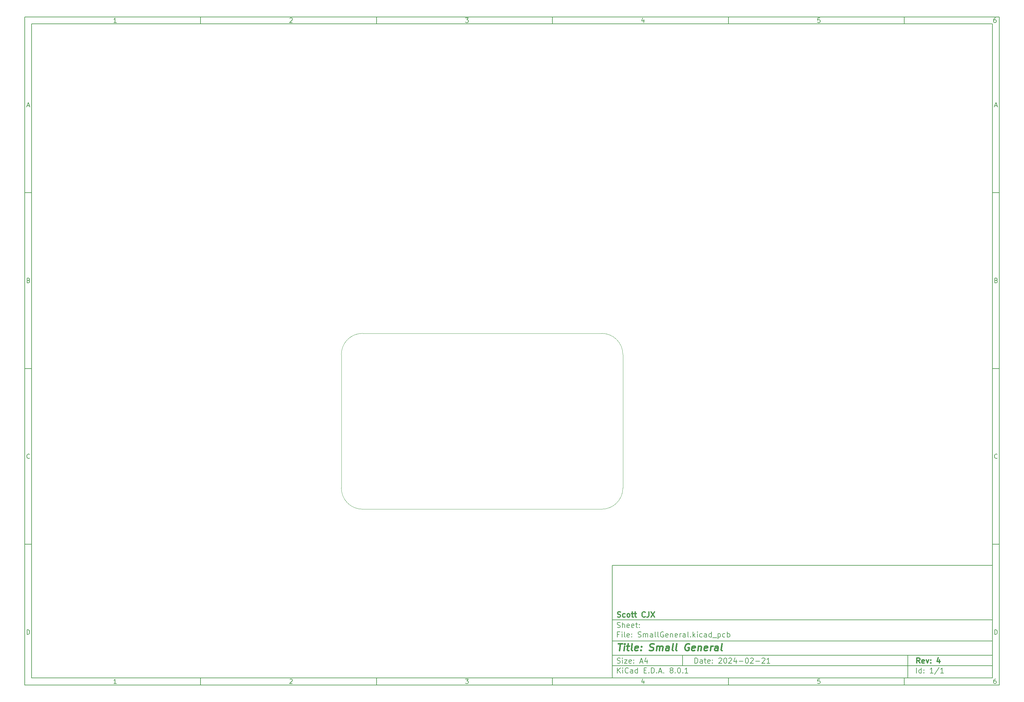
<source format=gbr>
%TF.GenerationSoftware,KiCad,Pcbnew,8.0.1*%
%TF.CreationDate,2024-03-19T23:03:32+08:00*%
%TF.ProjectId,SmallGeneral,536d616c-6c47-4656-9e65-72616c2e6b69,4*%
%TF.SameCoordinates,Original*%
%TF.FileFunction,Glue,Top*%
%TF.FilePolarity,Positive*%
%FSLAX46Y46*%
G04 Gerber Fmt 4.6, Leading zero omitted, Abs format (unit mm)*
G04 Created by KiCad (PCBNEW 8.0.1) date 2024-03-19 23:03:32*
%MOMM*%
%LPD*%
G01*
G04 APERTURE LIST*
%ADD10C,0.100000*%
%ADD11C,0.150000*%
%ADD12C,0.300000*%
%ADD13C,0.400000*%
%TA.AperFunction,Profile*%
%ADD14C,0.100000*%
%TD*%
G04 APERTURE END LIST*
D10*
D11*
X177002200Y-166007200D02*
X285002200Y-166007200D01*
X285002200Y-198007200D01*
X177002200Y-198007200D01*
X177002200Y-166007200D01*
D10*
D11*
X10000000Y-10000000D02*
X287002200Y-10000000D01*
X287002200Y-200007200D01*
X10000000Y-200007200D01*
X10000000Y-10000000D01*
D10*
D11*
X12000000Y-12000000D02*
X285002200Y-12000000D01*
X285002200Y-198007200D01*
X12000000Y-198007200D01*
X12000000Y-12000000D01*
D10*
D11*
X60000000Y-12000000D02*
X60000000Y-10000000D01*
D10*
D11*
X110000000Y-12000000D02*
X110000000Y-10000000D01*
D10*
D11*
X160000000Y-12000000D02*
X160000000Y-10000000D01*
D10*
D11*
X210000000Y-12000000D02*
X210000000Y-10000000D01*
D10*
D11*
X260000000Y-12000000D02*
X260000000Y-10000000D01*
D10*
D11*
X36089160Y-11593604D02*
X35346303Y-11593604D01*
X35717731Y-11593604D02*
X35717731Y-10293604D01*
X35717731Y-10293604D02*
X35593922Y-10479319D01*
X35593922Y-10479319D02*
X35470112Y-10603128D01*
X35470112Y-10603128D02*
X35346303Y-10665033D01*
D10*
D11*
X85346303Y-10417414D02*
X85408207Y-10355509D01*
X85408207Y-10355509D02*
X85532017Y-10293604D01*
X85532017Y-10293604D02*
X85841541Y-10293604D01*
X85841541Y-10293604D02*
X85965350Y-10355509D01*
X85965350Y-10355509D02*
X86027255Y-10417414D01*
X86027255Y-10417414D02*
X86089160Y-10541223D01*
X86089160Y-10541223D02*
X86089160Y-10665033D01*
X86089160Y-10665033D02*
X86027255Y-10850747D01*
X86027255Y-10850747D02*
X85284398Y-11593604D01*
X85284398Y-11593604D02*
X86089160Y-11593604D01*
D10*
D11*
X135284398Y-10293604D02*
X136089160Y-10293604D01*
X136089160Y-10293604D02*
X135655826Y-10788842D01*
X135655826Y-10788842D02*
X135841541Y-10788842D01*
X135841541Y-10788842D02*
X135965350Y-10850747D01*
X135965350Y-10850747D02*
X136027255Y-10912652D01*
X136027255Y-10912652D02*
X136089160Y-11036461D01*
X136089160Y-11036461D02*
X136089160Y-11345985D01*
X136089160Y-11345985D02*
X136027255Y-11469795D01*
X136027255Y-11469795D02*
X135965350Y-11531700D01*
X135965350Y-11531700D02*
X135841541Y-11593604D01*
X135841541Y-11593604D02*
X135470112Y-11593604D01*
X135470112Y-11593604D02*
X135346303Y-11531700D01*
X135346303Y-11531700D02*
X135284398Y-11469795D01*
D10*
D11*
X185965350Y-10726938D02*
X185965350Y-11593604D01*
X185655826Y-10231700D02*
X185346303Y-11160271D01*
X185346303Y-11160271D02*
X186151064Y-11160271D01*
D10*
D11*
X236027255Y-10293604D02*
X235408207Y-10293604D01*
X235408207Y-10293604D02*
X235346303Y-10912652D01*
X235346303Y-10912652D02*
X235408207Y-10850747D01*
X235408207Y-10850747D02*
X235532017Y-10788842D01*
X235532017Y-10788842D02*
X235841541Y-10788842D01*
X235841541Y-10788842D02*
X235965350Y-10850747D01*
X235965350Y-10850747D02*
X236027255Y-10912652D01*
X236027255Y-10912652D02*
X236089160Y-11036461D01*
X236089160Y-11036461D02*
X236089160Y-11345985D01*
X236089160Y-11345985D02*
X236027255Y-11469795D01*
X236027255Y-11469795D02*
X235965350Y-11531700D01*
X235965350Y-11531700D02*
X235841541Y-11593604D01*
X235841541Y-11593604D02*
X235532017Y-11593604D01*
X235532017Y-11593604D02*
X235408207Y-11531700D01*
X235408207Y-11531700D02*
X235346303Y-11469795D01*
D10*
D11*
X285965350Y-10293604D02*
X285717731Y-10293604D01*
X285717731Y-10293604D02*
X285593922Y-10355509D01*
X285593922Y-10355509D02*
X285532017Y-10417414D01*
X285532017Y-10417414D02*
X285408207Y-10603128D01*
X285408207Y-10603128D02*
X285346303Y-10850747D01*
X285346303Y-10850747D02*
X285346303Y-11345985D01*
X285346303Y-11345985D02*
X285408207Y-11469795D01*
X285408207Y-11469795D02*
X285470112Y-11531700D01*
X285470112Y-11531700D02*
X285593922Y-11593604D01*
X285593922Y-11593604D02*
X285841541Y-11593604D01*
X285841541Y-11593604D02*
X285965350Y-11531700D01*
X285965350Y-11531700D02*
X286027255Y-11469795D01*
X286027255Y-11469795D02*
X286089160Y-11345985D01*
X286089160Y-11345985D02*
X286089160Y-11036461D01*
X286089160Y-11036461D02*
X286027255Y-10912652D01*
X286027255Y-10912652D02*
X285965350Y-10850747D01*
X285965350Y-10850747D02*
X285841541Y-10788842D01*
X285841541Y-10788842D02*
X285593922Y-10788842D01*
X285593922Y-10788842D02*
X285470112Y-10850747D01*
X285470112Y-10850747D02*
X285408207Y-10912652D01*
X285408207Y-10912652D02*
X285346303Y-11036461D01*
D10*
D11*
X60000000Y-198007200D02*
X60000000Y-200007200D01*
D10*
D11*
X110000000Y-198007200D02*
X110000000Y-200007200D01*
D10*
D11*
X160000000Y-198007200D02*
X160000000Y-200007200D01*
D10*
D11*
X210000000Y-198007200D02*
X210000000Y-200007200D01*
D10*
D11*
X260000000Y-198007200D02*
X260000000Y-200007200D01*
D10*
D11*
X36089160Y-199600804D02*
X35346303Y-199600804D01*
X35717731Y-199600804D02*
X35717731Y-198300804D01*
X35717731Y-198300804D02*
X35593922Y-198486519D01*
X35593922Y-198486519D02*
X35470112Y-198610328D01*
X35470112Y-198610328D02*
X35346303Y-198672233D01*
D10*
D11*
X85346303Y-198424614D02*
X85408207Y-198362709D01*
X85408207Y-198362709D02*
X85532017Y-198300804D01*
X85532017Y-198300804D02*
X85841541Y-198300804D01*
X85841541Y-198300804D02*
X85965350Y-198362709D01*
X85965350Y-198362709D02*
X86027255Y-198424614D01*
X86027255Y-198424614D02*
X86089160Y-198548423D01*
X86089160Y-198548423D02*
X86089160Y-198672233D01*
X86089160Y-198672233D02*
X86027255Y-198857947D01*
X86027255Y-198857947D02*
X85284398Y-199600804D01*
X85284398Y-199600804D02*
X86089160Y-199600804D01*
D10*
D11*
X135284398Y-198300804D02*
X136089160Y-198300804D01*
X136089160Y-198300804D02*
X135655826Y-198796042D01*
X135655826Y-198796042D02*
X135841541Y-198796042D01*
X135841541Y-198796042D02*
X135965350Y-198857947D01*
X135965350Y-198857947D02*
X136027255Y-198919852D01*
X136027255Y-198919852D02*
X136089160Y-199043661D01*
X136089160Y-199043661D02*
X136089160Y-199353185D01*
X136089160Y-199353185D02*
X136027255Y-199476995D01*
X136027255Y-199476995D02*
X135965350Y-199538900D01*
X135965350Y-199538900D02*
X135841541Y-199600804D01*
X135841541Y-199600804D02*
X135470112Y-199600804D01*
X135470112Y-199600804D02*
X135346303Y-199538900D01*
X135346303Y-199538900D02*
X135284398Y-199476995D01*
D10*
D11*
X185965350Y-198734138D02*
X185965350Y-199600804D01*
X185655826Y-198238900D02*
X185346303Y-199167471D01*
X185346303Y-199167471D02*
X186151064Y-199167471D01*
D10*
D11*
X236027255Y-198300804D02*
X235408207Y-198300804D01*
X235408207Y-198300804D02*
X235346303Y-198919852D01*
X235346303Y-198919852D02*
X235408207Y-198857947D01*
X235408207Y-198857947D02*
X235532017Y-198796042D01*
X235532017Y-198796042D02*
X235841541Y-198796042D01*
X235841541Y-198796042D02*
X235965350Y-198857947D01*
X235965350Y-198857947D02*
X236027255Y-198919852D01*
X236027255Y-198919852D02*
X236089160Y-199043661D01*
X236089160Y-199043661D02*
X236089160Y-199353185D01*
X236089160Y-199353185D02*
X236027255Y-199476995D01*
X236027255Y-199476995D02*
X235965350Y-199538900D01*
X235965350Y-199538900D02*
X235841541Y-199600804D01*
X235841541Y-199600804D02*
X235532017Y-199600804D01*
X235532017Y-199600804D02*
X235408207Y-199538900D01*
X235408207Y-199538900D02*
X235346303Y-199476995D01*
D10*
D11*
X285965350Y-198300804D02*
X285717731Y-198300804D01*
X285717731Y-198300804D02*
X285593922Y-198362709D01*
X285593922Y-198362709D02*
X285532017Y-198424614D01*
X285532017Y-198424614D02*
X285408207Y-198610328D01*
X285408207Y-198610328D02*
X285346303Y-198857947D01*
X285346303Y-198857947D02*
X285346303Y-199353185D01*
X285346303Y-199353185D02*
X285408207Y-199476995D01*
X285408207Y-199476995D02*
X285470112Y-199538900D01*
X285470112Y-199538900D02*
X285593922Y-199600804D01*
X285593922Y-199600804D02*
X285841541Y-199600804D01*
X285841541Y-199600804D02*
X285965350Y-199538900D01*
X285965350Y-199538900D02*
X286027255Y-199476995D01*
X286027255Y-199476995D02*
X286089160Y-199353185D01*
X286089160Y-199353185D02*
X286089160Y-199043661D01*
X286089160Y-199043661D02*
X286027255Y-198919852D01*
X286027255Y-198919852D02*
X285965350Y-198857947D01*
X285965350Y-198857947D02*
X285841541Y-198796042D01*
X285841541Y-198796042D02*
X285593922Y-198796042D01*
X285593922Y-198796042D02*
X285470112Y-198857947D01*
X285470112Y-198857947D02*
X285408207Y-198919852D01*
X285408207Y-198919852D02*
X285346303Y-199043661D01*
D10*
D11*
X10000000Y-60000000D02*
X12000000Y-60000000D01*
D10*
D11*
X10000000Y-110000000D02*
X12000000Y-110000000D01*
D10*
D11*
X10000000Y-160000000D02*
X12000000Y-160000000D01*
D10*
D11*
X10690476Y-35222176D02*
X11309523Y-35222176D01*
X10566666Y-35593604D02*
X10999999Y-34293604D01*
X10999999Y-34293604D02*
X11433333Y-35593604D01*
D10*
D11*
X11092857Y-84912652D02*
X11278571Y-84974557D01*
X11278571Y-84974557D02*
X11340476Y-85036461D01*
X11340476Y-85036461D02*
X11402380Y-85160271D01*
X11402380Y-85160271D02*
X11402380Y-85345985D01*
X11402380Y-85345985D02*
X11340476Y-85469795D01*
X11340476Y-85469795D02*
X11278571Y-85531700D01*
X11278571Y-85531700D02*
X11154761Y-85593604D01*
X11154761Y-85593604D02*
X10659523Y-85593604D01*
X10659523Y-85593604D02*
X10659523Y-84293604D01*
X10659523Y-84293604D02*
X11092857Y-84293604D01*
X11092857Y-84293604D02*
X11216666Y-84355509D01*
X11216666Y-84355509D02*
X11278571Y-84417414D01*
X11278571Y-84417414D02*
X11340476Y-84541223D01*
X11340476Y-84541223D02*
X11340476Y-84665033D01*
X11340476Y-84665033D02*
X11278571Y-84788842D01*
X11278571Y-84788842D02*
X11216666Y-84850747D01*
X11216666Y-84850747D02*
X11092857Y-84912652D01*
X11092857Y-84912652D02*
X10659523Y-84912652D01*
D10*
D11*
X11402380Y-135469795D02*
X11340476Y-135531700D01*
X11340476Y-135531700D02*
X11154761Y-135593604D01*
X11154761Y-135593604D02*
X11030952Y-135593604D01*
X11030952Y-135593604D02*
X10845238Y-135531700D01*
X10845238Y-135531700D02*
X10721428Y-135407890D01*
X10721428Y-135407890D02*
X10659523Y-135284080D01*
X10659523Y-135284080D02*
X10597619Y-135036461D01*
X10597619Y-135036461D02*
X10597619Y-134850747D01*
X10597619Y-134850747D02*
X10659523Y-134603128D01*
X10659523Y-134603128D02*
X10721428Y-134479319D01*
X10721428Y-134479319D02*
X10845238Y-134355509D01*
X10845238Y-134355509D02*
X11030952Y-134293604D01*
X11030952Y-134293604D02*
X11154761Y-134293604D01*
X11154761Y-134293604D02*
X11340476Y-134355509D01*
X11340476Y-134355509D02*
X11402380Y-134417414D01*
D10*
D11*
X10659523Y-185593604D02*
X10659523Y-184293604D01*
X10659523Y-184293604D02*
X10969047Y-184293604D01*
X10969047Y-184293604D02*
X11154761Y-184355509D01*
X11154761Y-184355509D02*
X11278571Y-184479319D01*
X11278571Y-184479319D02*
X11340476Y-184603128D01*
X11340476Y-184603128D02*
X11402380Y-184850747D01*
X11402380Y-184850747D02*
X11402380Y-185036461D01*
X11402380Y-185036461D02*
X11340476Y-185284080D01*
X11340476Y-185284080D02*
X11278571Y-185407890D01*
X11278571Y-185407890D02*
X11154761Y-185531700D01*
X11154761Y-185531700D02*
X10969047Y-185593604D01*
X10969047Y-185593604D02*
X10659523Y-185593604D01*
D10*
D11*
X287002200Y-60000000D02*
X285002200Y-60000000D01*
D10*
D11*
X287002200Y-110000000D02*
X285002200Y-110000000D01*
D10*
D11*
X287002200Y-160000000D02*
X285002200Y-160000000D01*
D10*
D11*
X285692676Y-35222176D02*
X286311723Y-35222176D01*
X285568866Y-35593604D02*
X286002199Y-34293604D01*
X286002199Y-34293604D02*
X286435533Y-35593604D01*
D10*
D11*
X286095057Y-84912652D02*
X286280771Y-84974557D01*
X286280771Y-84974557D02*
X286342676Y-85036461D01*
X286342676Y-85036461D02*
X286404580Y-85160271D01*
X286404580Y-85160271D02*
X286404580Y-85345985D01*
X286404580Y-85345985D02*
X286342676Y-85469795D01*
X286342676Y-85469795D02*
X286280771Y-85531700D01*
X286280771Y-85531700D02*
X286156961Y-85593604D01*
X286156961Y-85593604D02*
X285661723Y-85593604D01*
X285661723Y-85593604D02*
X285661723Y-84293604D01*
X285661723Y-84293604D02*
X286095057Y-84293604D01*
X286095057Y-84293604D02*
X286218866Y-84355509D01*
X286218866Y-84355509D02*
X286280771Y-84417414D01*
X286280771Y-84417414D02*
X286342676Y-84541223D01*
X286342676Y-84541223D02*
X286342676Y-84665033D01*
X286342676Y-84665033D02*
X286280771Y-84788842D01*
X286280771Y-84788842D02*
X286218866Y-84850747D01*
X286218866Y-84850747D02*
X286095057Y-84912652D01*
X286095057Y-84912652D02*
X285661723Y-84912652D01*
D10*
D11*
X286404580Y-135469795D02*
X286342676Y-135531700D01*
X286342676Y-135531700D02*
X286156961Y-135593604D01*
X286156961Y-135593604D02*
X286033152Y-135593604D01*
X286033152Y-135593604D02*
X285847438Y-135531700D01*
X285847438Y-135531700D02*
X285723628Y-135407890D01*
X285723628Y-135407890D02*
X285661723Y-135284080D01*
X285661723Y-135284080D02*
X285599819Y-135036461D01*
X285599819Y-135036461D02*
X285599819Y-134850747D01*
X285599819Y-134850747D02*
X285661723Y-134603128D01*
X285661723Y-134603128D02*
X285723628Y-134479319D01*
X285723628Y-134479319D02*
X285847438Y-134355509D01*
X285847438Y-134355509D02*
X286033152Y-134293604D01*
X286033152Y-134293604D02*
X286156961Y-134293604D01*
X286156961Y-134293604D02*
X286342676Y-134355509D01*
X286342676Y-134355509D02*
X286404580Y-134417414D01*
D10*
D11*
X285661723Y-185593604D02*
X285661723Y-184293604D01*
X285661723Y-184293604D02*
X285971247Y-184293604D01*
X285971247Y-184293604D02*
X286156961Y-184355509D01*
X286156961Y-184355509D02*
X286280771Y-184479319D01*
X286280771Y-184479319D02*
X286342676Y-184603128D01*
X286342676Y-184603128D02*
X286404580Y-184850747D01*
X286404580Y-184850747D02*
X286404580Y-185036461D01*
X286404580Y-185036461D02*
X286342676Y-185284080D01*
X286342676Y-185284080D02*
X286280771Y-185407890D01*
X286280771Y-185407890D02*
X286156961Y-185531700D01*
X286156961Y-185531700D02*
X285971247Y-185593604D01*
X285971247Y-185593604D02*
X285661723Y-185593604D01*
D10*
D11*
X200458026Y-193793328D02*
X200458026Y-192293328D01*
X200458026Y-192293328D02*
X200815169Y-192293328D01*
X200815169Y-192293328D02*
X201029455Y-192364757D01*
X201029455Y-192364757D02*
X201172312Y-192507614D01*
X201172312Y-192507614D02*
X201243741Y-192650471D01*
X201243741Y-192650471D02*
X201315169Y-192936185D01*
X201315169Y-192936185D02*
X201315169Y-193150471D01*
X201315169Y-193150471D02*
X201243741Y-193436185D01*
X201243741Y-193436185D02*
X201172312Y-193579042D01*
X201172312Y-193579042D02*
X201029455Y-193721900D01*
X201029455Y-193721900D02*
X200815169Y-193793328D01*
X200815169Y-193793328D02*
X200458026Y-193793328D01*
X202600884Y-193793328D02*
X202600884Y-193007614D01*
X202600884Y-193007614D02*
X202529455Y-192864757D01*
X202529455Y-192864757D02*
X202386598Y-192793328D01*
X202386598Y-192793328D02*
X202100884Y-192793328D01*
X202100884Y-192793328D02*
X201958026Y-192864757D01*
X202600884Y-193721900D02*
X202458026Y-193793328D01*
X202458026Y-193793328D02*
X202100884Y-193793328D01*
X202100884Y-193793328D02*
X201958026Y-193721900D01*
X201958026Y-193721900D02*
X201886598Y-193579042D01*
X201886598Y-193579042D02*
X201886598Y-193436185D01*
X201886598Y-193436185D02*
X201958026Y-193293328D01*
X201958026Y-193293328D02*
X202100884Y-193221900D01*
X202100884Y-193221900D02*
X202458026Y-193221900D01*
X202458026Y-193221900D02*
X202600884Y-193150471D01*
X203100884Y-192793328D02*
X203672312Y-192793328D01*
X203315169Y-192293328D02*
X203315169Y-193579042D01*
X203315169Y-193579042D02*
X203386598Y-193721900D01*
X203386598Y-193721900D02*
X203529455Y-193793328D01*
X203529455Y-193793328D02*
X203672312Y-193793328D01*
X204743741Y-193721900D02*
X204600884Y-193793328D01*
X204600884Y-193793328D02*
X204315170Y-193793328D01*
X204315170Y-193793328D02*
X204172312Y-193721900D01*
X204172312Y-193721900D02*
X204100884Y-193579042D01*
X204100884Y-193579042D02*
X204100884Y-193007614D01*
X204100884Y-193007614D02*
X204172312Y-192864757D01*
X204172312Y-192864757D02*
X204315170Y-192793328D01*
X204315170Y-192793328D02*
X204600884Y-192793328D01*
X204600884Y-192793328D02*
X204743741Y-192864757D01*
X204743741Y-192864757D02*
X204815170Y-193007614D01*
X204815170Y-193007614D02*
X204815170Y-193150471D01*
X204815170Y-193150471D02*
X204100884Y-193293328D01*
X205458026Y-193650471D02*
X205529455Y-193721900D01*
X205529455Y-193721900D02*
X205458026Y-193793328D01*
X205458026Y-193793328D02*
X205386598Y-193721900D01*
X205386598Y-193721900D02*
X205458026Y-193650471D01*
X205458026Y-193650471D02*
X205458026Y-193793328D01*
X205458026Y-192864757D02*
X205529455Y-192936185D01*
X205529455Y-192936185D02*
X205458026Y-193007614D01*
X205458026Y-193007614D02*
X205386598Y-192936185D01*
X205386598Y-192936185D02*
X205458026Y-192864757D01*
X205458026Y-192864757D02*
X205458026Y-193007614D01*
X207243741Y-192436185D02*
X207315169Y-192364757D01*
X207315169Y-192364757D02*
X207458027Y-192293328D01*
X207458027Y-192293328D02*
X207815169Y-192293328D01*
X207815169Y-192293328D02*
X207958027Y-192364757D01*
X207958027Y-192364757D02*
X208029455Y-192436185D01*
X208029455Y-192436185D02*
X208100884Y-192579042D01*
X208100884Y-192579042D02*
X208100884Y-192721900D01*
X208100884Y-192721900D02*
X208029455Y-192936185D01*
X208029455Y-192936185D02*
X207172312Y-193793328D01*
X207172312Y-193793328D02*
X208100884Y-193793328D01*
X209029455Y-192293328D02*
X209172312Y-192293328D01*
X209172312Y-192293328D02*
X209315169Y-192364757D01*
X209315169Y-192364757D02*
X209386598Y-192436185D01*
X209386598Y-192436185D02*
X209458026Y-192579042D01*
X209458026Y-192579042D02*
X209529455Y-192864757D01*
X209529455Y-192864757D02*
X209529455Y-193221900D01*
X209529455Y-193221900D02*
X209458026Y-193507614D01*
X209458026Y-193507614D02*
X209386598Y-193650471D01*
X209386598Y-193650471D02*
X209315169Y-193721900D01*
X209315169Y-193721900D02*
X209172312Y-193793328D01*
X209172312Y-193793328D02*
X209029455Y-193793328D01*
X209029455Y-193793328D02*
X208886598Y-193721900D01*
X208886598Y-193721900D02*
X208815169Y-193650471D01*
X208815169Y-193650471D02*
X208743740Y-193507614D01*
X208743740Y-193507614D02*
X208672312Y-193221900D01*
X208672312Y-193221900D02*
X208672312Y-192864757D01*
X208672312Y-192864757D02*
X208743740Y-192579042D01*
X208743740Y-192579042D02*
X208815169Y-192436185D01*
X208815169Y-192436185D02*
X208886598Y-192364757D01*
X208886598Y-192364757D02*
X209029455Y-192293328D01*
X210100883Y-192436185D02*
X210172311Y-192364757D01*
X210172311Y-192364757D02*
X210315169Y-192293328D01*
X210315169Y-192293328D02*
X210672311Y-192293328D01*
X210672311Y-192293328D02*
X210815169Y-192364757D01*
X210815169Y-192364757D02*
X210886597Y-192436185D01*
X210886597Y-192436185D02*
X210958026Y-192579042D01*
X210958026Y-192579042D02*
X210958026Y-192721900D01*
X210958026Y-192721900D02*
X210886597Y-192936185D01*
X210886597Y-192936185D02*
X210029454Y-193793328D01*
X210029454Y-193793328D02*
X210958026Y-193793328D01*
X212243740Y-192793328D02*
X212243740Y-193793328D01*
X211886597Y-192221900D02*
X211529454Y-193293328D01*
X211529454Y-193293328D02*
X212458025Y-193293328D01*
X213029453Y-193221900D02*
X214172311Y-193221900D01*
X215172311Y-192293328D02*
X215315168Y-192293328D01*
X215315168Y-192293328D02*
X215458025Y-192364757D01*
X215458025Y-192364757D02*
X215529454Y-192436185D01*
X215529454Y-192436185D02*
X215600882Y-192579042D01*
X215600882Y-192579042D02*
X215672311Y-192864757D01*
X215672311Y-192864757D02*
X215672311Y-193221900D01*
X215672311Y-193221900D02*
X215600882Y-193507614D01*
X215600882Y-193507614D02*
X215529454Y-193650471D01*
X215529454Y-193650471D02*
X215458025Y-193721900D01*
X215458025Y-193721900D02*
X215315168Y-193793328D01*
X215315168Y-193793328D02*
X215172311Y-193793328D01*
X215172311Y-193793328D02*
X215029454Y-193721900D01*
X215029454Y-193721900D02*
X214958025Y-193650471D01*
X214958025Y-193650471D02*
X214886596Y-193507614D01*
X214886596Y-193507614D02*
X214815168Y-193221900D01*
X214815168Y-193221900D02*
X214815168Y-192864757D01*
X214815168Y-192864757D02*
X214886596Y-192579042D01*
X214886596Y-192579042D02*
X214958025Y-192436185D01*
X214958025Y-192436185D02*
X215029454Y-192364757D01*
X215029454Y-192364757D02*
X215172311Y-192293328D01*
X216243739Y-192436185D02*
X216315167Y-192364757D01*
X216315167Y-192364757D02*
X216458025Y-192293328D01*
X216458025Y-192293328D02*
X216815167Y-192293328D01*
X216815167Y-192293328D02*
X216958025Y-192364757D01*
X216958025Y-192364757D02*
X217029453Y-192436185D01*
X217029453Y-192436185D02*
X217100882Y-192579042D01*
X217100882Y-192579042D02*
X217100882Y-192721900D01*
X217100882Y-192721900D02*
X217029453Y-192936185D01*
X217029453Y-192936185D02*
X216172310Y-193793328D01*
X216172310Y-193793328D02*
X217100882Y-193793328D01*
X217743738Y-193221900D02*
X218886596Y-193221900D01*
X219529453Y-192436185D02*
X219600881Y-192364757D01*
X219600881Y-192364757D02*
X219743739Y-192293328D01*
X219743739Y-192293328D02*
X220100881Y-192293328D01*
X220100881Y-192293328D02*
X220243739Y-192364757D01*
X220243739Y-192364757D02*
X220315167Y-192436185D01*
X220315167Y-192436185D02*
X220386596Y-192579042D01*
X220386596Y-192579042D02*
X220386596Y-192721900D01*
X220386596Y-192721900D02*
X220315167Y-192936185D01*
X220315167Y-192936185D02*
X219458024Y-193793328D01*
X219458024Y-193793328D02*
X220386596Y-193793328D01*
X221815167Y-193793328D02*
X220958024Y-193793328D01*
X221386595Y-193793328D02*
X221386595Y-192293328D01*
X221386595Y-192293328D02*
X221243738Y-192507614D01*
X221243738Y-192507614D02*
X221100881Y-192650471D01*
X221100881Y-192650471D02*
X220958024Y-192721900D01*
D10*
D11*
X177002200Y-194507200D02*
X285002200Y-194507200D01*
D10*
D11*
X178458026Y-196593328D02*
X178458026Y-195093328D01*
X179315169Y-196593328D02*
X178672312Y-195736185D01*
X179315169Y-195093328D02*
X178458026Y-195950471D01*
X179958026Y-196593328D02*
X179958026Y-195593328D01*
X179958026Y-195093328D02*
X179886598Y-195164757D01*
X179886598Y-195164757D02*
X179958026Y-195236185D01*
X179958026Y-195236185D02*
X180029455Y-195164757D01*
X180029455Y-195164757D02*
X179958026Y-195093328D01*
X179958026Y-195093328D02*
X179958026Y-195236185D01*
X181529455Y-196450471D02*
X181458027Y-196521900D01*
X181458027Y-196521900D02*
X181243741Y-196593328D01*
X181243741Y-196593328D02*
X181100884Y-196593328D01*
X181100884Y-196593328D02*
X180886598Y-196521900D01*
X180886598Y-196521900D02*
X180743741Y-196379042D01*
X180743741Y-196379042D02*
X180672312Y-196236185D01*
X180672312Y-196236185D02*
X180600884Y-195950471D01*
X180600884Y-195950471D02*
X180600884Y-195736185D01*
X180600884Y-195736185D02*
X180672312Y-195450471D01*
X180672312Y-195450471D02*
X180743741Y-195307614D01*
X180743741Y-195307614D02*
X180886598Y-195164757D01*
X180886598Y-195164757D02*
X181100884Y-195093328D01*
X181100884Y-195093328D02*
X181243741Y-195093328D01*
X181243741Y-195093328D02*
X181458027Y-195164757D01*
X181458027Y-195164757D02*
X181529455Y-195236185D01*
X182815170Y-196593328D02*
X182815170Y-195807614D01*
X182815170Y-195807614D02*
X182743741Y-195664757D01*
X182743741Y-195664757D02*
X182600884Y-195593328D01*
X182600884Y-195593328D02*
X182315170Y-195593328D01*
X182315170Y-195593328D02*
X182172312Y-195664757D01*
X182815170Y-196521900D02*
X182672312Y-196593328D01*
X182672312Y-196593328D02*
X182315170Y-196593328D01*
X182315170Y-196593328D02*
X182172312Y-196521900D01*
X182172312Y-196521900D02*
X182100884Y-196379042D01*
X182100884Y-196379042D02*
X182100884Y-196236185D01*
X182100884Y-196236185D02*
X182172312Y-196093328D01*
X182172312Y-196093328D02*
X182315170Y-196021900D01*
X182315170Y-196021900D02*
X182672312Y-196021900D01*
X182672312Y-196021900D02*
X182815170Y-195950471D01*
X184172313Y-196593328D02*
X184172313Y-195093328D01*
X184172313Y-196521900D02*
X184029455Y-196593328D01*
X184029455Y-196593328D02*
X183743741Y-196593328D01*
X183743741Y-196593328D02*
X183600884Y-196521900D01*
X183600884Y-196521900D02*
X183529455Y-196450471D01*
X183529455Y-196450471D02*
X183458027Y-196307614D01*
X183458027Y-196307614D02*
X183458027Y-195879042D01*
X183458027Y-195879042D02*
X183529455Y-195736185D01*
X183529455Y-195736185D02*
X183600884Y-195664757D01*
X183600884Y-195664757D02*
X183743741Y-195593328D01*
X183743741Y-195593328D02*
X184029455Y-195593328D01*
X184029455Y-195593328D02*
X184172313Y-195664757D01*
X186029455Y-195807614D02*
X186529455Y-195807614D01*
X186743741Y-196593328D02*
X186029455Y-196593328D01*
X186029455Y-196593328D02*
X186029455Y-195093328D01*
X186029455Y-195093328D02*
X186743741Y-195093328D01*
X187386598Y-196450471D02*
X187458027Y-196521900D01*
X187458027Y-196521900D02*
X187386598Y-196593328D01*
X187386598Y-196593328D02*
X187315170Y-196521900D01*
X187315170Y-196521900D02*
X187386598Y-196450471D01*
X187386598Y-196450471D02*
X187386598Y-196593328D01*
X188100884Y-196593328D02*
X188100884Y-195093328D01*
X188100884Y-195093328D02*
X188458027Y-195093328D01*
X188458027Y-195093328D02*
X188672313Y-195164757D01*
X188672313Y-195164757D02*
X188815170Y-195307614D01*
X188815170Y-195307614D02*
X188886599Y-195450471D01*
X188886599Y-195450471D02*
X188958027Y-195736185D01*
X188958027Y-195736185D02*
X188958027Y-195950471D01*
X188958027Y-195950471D02*
X188886599Y-196236185D01*
X188886599Y-196236185D02*
X188815170Y-196379042D01*
X188815170Y-196379042D02*
X188672313Y-196521900D01*
X188672313Y-196521900D02*
X188458027Y-196593328D01*
X188458027Y-196593328D02*
X188100884Y-196593328D01*
X189600884Y-196450471D02*
X189672313Y-196521900D01*
X189672313Y-196521900D02*
X189600884Y-196593328D01*
X189600884Y-196593328D02*
X189529456Y-196521900D01*
X189529456Y-196521900D02*
X189600884Y-196450471D01*
X189600884Y-196450471D02*
X189600884Y-196593328D01*
X190243742Y-196164757D02*
X190958028Y-196164757D01*
X190100885Y-196593328D02*
X190600885Y-195093328D01*
X190600885Y-195093328D02*
X191100885Y-196593328D01*
X191600884Y-196450471D02*
X191672313Y-196521900D01*
X191672313Y-196521900D02*
X191600884Y-196593328D01*
X191600884Y-196593328D02*
X191529456Y-196521900D01*
X191529456Y-196521900D02*
X191600884Y-196450471D01*
X191600884Y-196450471D02*
X191600884Y-196593328D01*
X193672313Y-195736185D02*
X193529456Y-195664757D01*
X193529456Y-195664757D02*
X193458027Y-195593328D01*
X193458027Y-195593328D02*
X193386599Y-195450471D01*
X193386599Y-195450471D02*
X193386599Y-195379042D01*
X193386599Y-195379042D02*
X193458027Y-195236185D01*
X193458027Y-195236185D02*
X193529456Y-195164757D01*
X193529456Y-195164757D02*
X193672313Y-195093328D01*
X193672313Y-195093328D02*
X193958027Y-195093328D01*
X193958027Y-195093328D02*
X194100885Y-195164757D01*
X194100885Y-195164757D02*
X194172313Y-195236185D01*
X194172313Y-195236185D02*
X194243742Y-195379042D01*
X194243742Y-195379042D02*
X194243742Y-195450471D01*
X194243742Y-195450471D02*
X194172313Y-195593328D01*
X194172313Y-195593328D02*
X194100885Y-195664757D01*
X194100885Y-195664757D02*
X193958027Y-195736185D01*
X193958027Y-195736185D02*
X193672313Y-195736185D01*
X193672313Y-195736185D02*
X193529456Y-195807614D01*
X193529456Y-195807614D02*
X193458027Y-195879042D01*
X193458027Y-195879042D02*
X193386599Y-196021900D01*
X193386599Y-196021900D02*
X193386599Y-196307614D01*
X193386599Y-196307614D02*
X193458027Y-196450471D01*
X193458027Y-196450471D02*
X193529456Y-196521900D01*
X193529456Y-196521900D02*
X193672313Y-196593328D01*
X193672313Y-196593328D02*
X193958027Y-196593328D01*
X193958027Y-196593328D02*
X194100885Y-196521900D01*
X194100885Y-196521900D02*
X194172313Y-196450471D01*
X194172313Y-196450471D02*
X194243742Y-196307614D01*
X194243742Y-196307614D02*
X194243742Y-196021900D01*
X194243742Y-196021900D02*
X194172313Y-195879042D01*
X194172313Y-195879042D02*
X194100885Y-195807614D01*
X194100885Y-195807614D02*
X193958027Y-195736185D01*
X194886598Y-196450471D02*
X194958027Y-196521900D01*
X194958027Y-196521900D02*
X194886598Y-196593328D01*
X194886598Y-196593328D02*
X194815170Y-196521900D01*
X194815170Y-196521900D02*
X194886598Y-196450471D01*
X194886598Y-196450471D02*
X194886598Y-196593328D01*
X195886599Y-195093328D02*
X196029456Y-195093328D01*
X196029456Y-195093328D02*
X196172313Y-195164757D01*
X196172313Y-195164757D02*
X196243742Y-195236185D01*
X196243742Y-195236185D02*
X196315170Y-195379042D01*
X196315170Y-195379042D02*
X196386599Y-195664757D01*
X196386599Y-195664757D02*
X196386599Y-196021900D01*
X196386599Y-196021900D02*
X196315170Y-196307614D01*
X196315170Y-196307614D02*
X196243742Y-196450471D01*
X196243742Y-196450471D02*
X196172313Y-196521900D01*
X196172313Y-196521900D02*
X196029456Y-196593328D01*
X196029456Y-196593328D02*
X195886599Y-196593328D01*
X195886599Y-196593328D02*
X195743742Y-196521900D01*
X195743742Y-196521900D02*
X195672313Y-196450471D01*
X195672313Y-196450471D02*
X195600884Y-196307614D01*
X195600884Y-196307614D02*
X195529456Y-196021900D01*
X195529456Y-196021900D02*
X195529456Y-195664757D01*
X195529456Y-195664757D02*
X195600884Y-195379042D01*
X195600884Y-195379042D02*
X195672313Y-195236185D01*
X195672313Y-195236185D02*
X195743742Y-195164757D01*
X195743742Y-195164757D02*
X195886599Y-195093328D01*
X197029455Y-196450471D02*
X197100884Y-196521900D01*
X197100884Y-196521900D02*
X197029455Y-196593328D01*
X197029455Y-196593328D02*
X196958027Y-196521900D01*
X196958027Y-196521900D02*
X197029455Y-196450471D01*
X197029455Y-196450471D02*
X197029455Y-196593328D01*
X198529456Y-196593328D02*
X197672313Y-196593328D01*
X198100884Y-196593328D02*
X198100884Y-195093328D01*
X198100884Y-195093328D02*
X197958027Y-195307614D01*
X197958027Y-195307614D02*
X197815170Y-195450471D01*
X197815170Y-195450471D02*
X197672313Y-195521900D01*
D10*
D11*
X177002200Y-191507200D02*
X285002200Y-191507200D01*
D10*
D12*
X264413853Y-193785528D02*
X263913853Y-193071242D01*
X263556710Y-193785528D02*
X263556710Y-192285528D01*
X263556710Y-192285528D02*
X264128139Y-192285528D01*
X264128139Y-192285528D02*
X264270996Y-192356957D01*
X264270996Y-192356957D02*
X264342425Y-192428385D01*
X264342425Y-192428385D02*
X264413853Y-192571242D01*
X264413853Y-192571242D02*
X264413853Y-192785528D01*
X264413853Y-192785528D02*
X264342425Y-192928385D01*
X264342425Y-192928385D02*
X264270996Y-192999814D01*
X264270996Y-192999814D02*
X264128139Y-193071242D01*
X264128139Y-193071242D02*
X263556710Y-193071242D01*
X265628139Y-193714100D02*
X265485282Y-193785528D01*
X265485282Y-193785528D02*
X265199568Y-193785528D01*
X265199568Y-193785528D02*
X265056710Y-193714100D01*
X265056710Y-193714100D02*
X264985282Y-193571242D01*
X264985282Y-193571242D02*
X264985282Y-192999814D01*
X264985282Y-192999814D02*
X265056710Y-192856957D01*
X265056710Y-192856957D02*
X265199568Y-192785528D01*
X265199568Y-192785528D02*
X265485282Y-192785528D01*
X265485282Y-192785528D02*
X265628139Y-192856957D01*
X265628139Y-192856957D02*
X265699568Y-192999814D01*
X265699568Y-192999814D02*
X265699568Y-193142671D01*
X265699568Y-193142671D02*
X264985282Y-193285528D01*
X266199567Y-192785528D02*
X266556710Y-193785528D01*
X266556710Y-193785528D02*
X266913853Y-192785528D01*
X267485281Y-193642671D02*
X267556710Y-193714100D01*
X267556710Y-193714100D02*
X267485281Y-193785528D01*
X267485281Y-193785528D02*
X267413853Y-193714100D01*
X267413853Y-193714100D02*
X267485281Y-193642671D01*
X267485281Y-193642671D02*
X267485281Y-193785528D01*
X267485281Y-192856957D02*
X267556710Y-192928385D01*
X267556710Y-192928385D02*
X267485281Y-192999814D01*
X267485281Y-192999814D02*
X267413853Y-192928385D01*
X267413853Y-192928385D02*
X267485281Y-192856957D01*
X267485281Y-192856957D02*
X267485281Y-192999814D01*
X269985282Y-192785528D02*
X269985282Y-193785528D01*
X269628139Y-192214100D02*
X269270996Y-193285528D01*
X269270996Y-193285528D02*
X270199567Y-193285528D01*
D10*
D11*
X178386598Y-193721900D02*
X178600884Y-193793328D01*
X178600884Y-193793328D02*
X178958026Y-193793328D01*
X178958026Y-193793328D02*
X179100884Y-193721900D01*
X179100884Y-193721900D02*
X179172312Y-193650471D01*
X179172312Y-193650471D02*
X179243741Y-193507614D01*
X179243741Y-193507614D02*
X179243741Y-193364757D01*
X179243741Y-193364757D02*
X179172312Y-193221900D01*
X179172312Y-193221900D02*
X179100884Y-193150471D01*
X179100884Y-193150471D02*
X178958026Y-193079042D01*
X178958026Y-193079042D02*
X178672312Y-193007614D01*
X178672312Y-193007614D02*
X178529455Y-192936185D01*
X178529455Y-192936185D02*
X178458026Y-192864757D01*
X178458026Y-192864757D02*
X178386598Y-192721900D01*
X178386598Y-192721900D02*
X178386598Y-192579042D01*
X178386598Y-192579042D02*
X178458026Y-192436185D01*
X178458026Y-192436185D02*
X178529455Y-192364757D01*
X178529455Y-192364757D02*
X178672312Y-192293328D01*
X178672312Y-192293328D02*
X179029455Y-192293328D01*
X179029455Y-192293328D02*
X179243741Y-192364757D01*
X179886597Y-193793328D02*
X179886597Y-192793328D01*
X179886597Y-192293328D02*
X179815169Y-192364757D01*
X179815169Y-192364757D02*
X179886597Y-192436185D01*
X179886597Y-192436185D02*
X179958026Y-192364757D01*
X179958026Y-192364757D02*
X179886597Y-192293328D01*
X179886597Y-192293328D02*
X179886597Y-192436185D01*
X180458026Y-192793328D02*
X181243741Y-192793328D01*
X181243741Y-192793328D02*
X180458026Y-193793328D01*
X180458026Y-193793328D02*
X181243741Y-193793328D01*
X182386598Y-193721900D02*
X182243741Y-193793328D01*
X182243741Y-193793328D02*
X181958027Y-193793328D01*
X181958027Y-193793328D02*
X181815169Y-193721900D01*
X181815169Y-193721900D02*
X181743741Y-193579042D01*
X181743741Y-193579042D02*
X181743741Y-193007614D01*
X181743741Y-193007614D02*
X181815169Y-192864757D01*
X181815169Y-192864757D02*
X181958027Y-192793328D01*
X181958027Y-192793328D02*
X182243741Y-192793328D01*
X182243741Y-192793328D02*
X182386598Y-192864757D01*
X182386598Y-192864757D02*
X182458027Y-193007614D01*
X182458027Y-193007614D02*
X182458027Y-193150471D01*
X182458027Y-193150471D02*
X181743741Y-193293328D01*
X183100883Y-193650471D02*
X183172312Y-193721900D01*
X183172312Y-193721900D02*
X183100883Y-193793328D01*
X183100883Y-193793328D02*
X183029455Y-193721900D01*
X183029455Y-193721900D02*
X183100883Y-193650471D01*
X183100883Y-193650471D02*
X183100883Y-193793328D01*
X183100883Y-192864757D02*
X183172312Y-192936185D01*
X183172312Y-192936185D02*
X183100883Y-193007614D01*
X183100883Y-193007614D02*
X183029455Y-192936185D01*
X183029455Y-192936185D02*
X183100883Y-192864757D01*
X183100883Y-192864757D02*
X183100883Y-193007614D01*
X184886598Y-193364757D02*
X185600884Y-193364757D01*
X184743741Y-193793328D02*
X185243741Y-192293328D01*
X185243741Y-192293328D02*
X185743741Y-193793328D01*
X186886598Y-192793328D02*
X186886598Y-193793328D01*
X186529455Y-192221900D02*
X186172312Y-193293328D01*
X186172312Y-193293328D02*
X187100883Y-193293328D01*
D10*
D11*
X263458026Y-196593328D02*
X263458026Y-195093328D01*
X264815170Y-196593328D02*
X264815170Y-195093328D01*
X264815170Y-196521900D02*
X264672312Y-196593328D01*
X264672312Y-196593328D02*
X264386598Y-196593328D01*
X264386598Y-196593328D02*
X264243741Y-196521900D01*
X264243741Y-196521900D02*
X264172312Y-196450471D01*
X264172312Y-196450471D02*
X264100884Y-196307614D01*
X264100884Y-196307614D02*
X264100884Y-195879042D01*
X264100884Y-195879042D02*
X264172312Y-195736185D01*
X264172312Y-195736185D02*
X264243741Y-195664757D01*
X264243741Y-195664757D02*
X264386598Y-195593328D01*
X264386598Y-195593328D02*
X264672312Y-195593328D01*
X264672312Y-195593328D02*
X264815170Y-195664757D01*
X265529455Y-196450471D02*
X265600884Y-196521900D01*
X265600884Y-196521900D02*
X265529455Y-196593328D01*
X265529455Y-196593328D02*
X265458027Y-196521900D01*
X265458027Y-196521900D02*
X265529455Y-196450471D01*
X265529455Y-196450471D02*
X265529455Y-196593328D01*
X265529455Y-195664757D02*
X265600884Y-195736185D01*
X265600884Y-195736185D02*
X265529455Y-195807614D01*
X265529455Y-195807614D02*
X265458027Y-195736185D01*
X265458027Y-195736185D02*
X265529455Y-195664757D01*
X265529455Y-195664757D02*
X265529455Y-195807614D01*
X268172313Y-196593328D02*
X267315170Y-196593328D01*
X267743741Y-196593328D02*
X267743741Y-195093328D01*
X267743741Y-195093328D02*
X267600884Y-195307614D01*
X267600884Y-195307614D02*
X267458027Y-195450471D01*
X267458027Y-195450471D02*
X267315170Y-195521900D01*
X269886598Y-195021900D02*
X268600884Y-196950471D01*
X271172313Y-196593328D02*
X270315170Y-196593328D01*
X270743741Y-196593328D02*
X270743741Y-195093328D01*
X270743741Y-195093328D02*
X270600884Y-195307614D01*
X270600884Y-195307614D02*
X270458027Y-195450471D01*
X270458027Y-195450471D02*
X270315170Y-195521900D01*
D10*
D11*
X177002200Y-187507200D02*
X285002200Y-187507200D01*
D10*
D13*
X178693928Y-188211638D02*
X179836785Y-188211638D01*
X179015357Y-190211638D02*
X179265357Y-188211638D01*
X180253452Y-190211638D02*
X180420119Y-188878304D01*
X180503452Y-188211638D02*
X180396309Y-188306876D01*
X180396309Y-188306876D02*
X180479643Y-188402114D01*
X180479643Y-188402114D02*
X180586786Y-188306876D01*
X180586786Y-188306876D02*
X180503452Y-188211638D01*
X180503452Y-188211638D02*
X180479643Y-188402114D01*
X181086786Y-188878304D02*
X181848690Y-188878304D01*
X181455833Y-188211638D02*
X181241548Y-189925923D01*
X181241548Y-189925923D02*
X181312976Y-190116400D01*
X181312976Y-190116400D02*
X181491548Y-190211638D01*
X181491548Y-190211638D02*
X181682024Y-190211638D01*
X182634405Y-190211638D02*
X182455833Y-190116400D01*
X182455833Y-190116400D02*
X182384405Y-189925923D01*
X182384405Y-189925923D02*
X182598690Y-188211638D01*
X184170119Y-190116400D02*
X183967738Y-190211638D01*
X183967738Y-190211638D02*
X183586785Y-190211638D01*
X183586785Y-190211638D02*
X183408214Y-190116400D01*
X183408214Y-190116400D02*
X183336785Y-189925923D01*
X183336785Y-189925923D02*
X183432024Y-189164019D01*
X183432024Y-189164019D02*
X183551071Y-188973542D01*
X183551071Y-188973542D02*
X183753452Y-188878304D01*
X183753452Y-188878304D02*
X184134404Y-188878304D01*
X184134404Y-188878304D02*
X184312976Y-188973542D01*
X184312976Y-188973542D02*
X184384404Y-189164019D01*
X184384404Y-189164019D02*
X184360595Y-189354495D01*
X184360595Y-189354495D02*
X183384404Y-189544971D01*
X185134405Y-190021161D02*
X185217738Y-190116400D01*
X185217738Y-190116400D02*
X185110595Y-190211638D01*
X185110595Y-190211638D02*
X185027262Y-190116400D01*
X185027262Y-190116400D02*
X185134405Y-190021161D01*
X185134405Y-190021161D02*
X185110595Y-190211638D01*
X185265357Y-188973542D02*
X185348690Y-189068780D01*
X185348690Y-189068780D02*
X185241548Y-189164019D01*
X185241548Y-189164019D02*
X185158214Y-189068780D01*
X185158214Y-189068780D02*
X185265357Y-188973542D01*
X185265357Y-188973542D02*
X185241548Y-189164019D01*
X187503453Y-190116400D02*
X187777262Y-190211638D01*
X187777262Y-190211638D02*
X188253453Y-190211638D01*
X188253453Y-190211638D02*
X188455834Y-190116400D01*
X188455834Y-190116400D02*
X188562977Y-190021161D01*
X188562977Y-190021161D02*
X188682024Y-189830685D01*
X188682024Y-189830685D02*
X188705834Y-189640209D01*
X188705834Y-189640209D02*
X188634405Y-189449733D01*
X188634405Y-189449733D02*
X188551072Y-189354495D01*
X188551072Y-189354495D02*
X188372501Y-189259257D01*
X188372501Y-189259257D02*
X188003453Y-189164019D01*
X188003453Y-189164019D02*
X187824881Y-189068780D01*
X187824881Y-189068780D02*
X187741548Y-188973542D01*
X187741548Y-188973542D02*
X187670120Y-188783066D01*
X187670120Y-188783066D02*
X187693929Y-188592590D01*
X187693929Y-188592590D02*
X187812977Y-188402114D01*
X187812977Y-188402114D02*
X187920120Y-188306876D01*
X187920120Y-188306876D02*
X188122501Y-188211638D01*
X188122501Y-188211638D02*
X188598691Y-188211638D01*
X188598691Y-188211638D02*
X188872501Y-188306876D01*
X189491548Y-190211638D02*
X189658215Y-188878304D01*
X189634405Y-189068780D02*
X189741548Y-188973542D01*
X189741548Y-188973542D02*
X189943929Y-188878304D01*
X189943929Y-188878304D02*
X190229643Y-188878304D01*
X190229643Y-188878304D02*
X190408215Y-188973542D01*
X190408215Y-188973542D02*
X190479643Y-189164019D01*
X190479643Y-189164019D02*
X190348691Y-190211638D01*
X190479643Y-189164019D02*
X190598691Y-188973542D01*
X190598691Y-188973542D02*
X190801072Y-188878304D01*
X190801072Y-188878304D02*
X191086786Y-188878304D01*
X191086786Y-188878304D02*
X191265358Y-188973542D01*
X191265358Y-188973542D02*
X191336786Y-189164019D01*
X191336786Y-189164019D02*
X191205834Y-190211638D01*
X193015358Y-190211638D02*
X193146310Y-189164019D01*
X193146310Y-189164019D02*
X193074882Y-188973542D01*
X193074882Y-188973542D02*
X192896310Y-188878304D01*
X192896310Y-188878304D02*
X192515358Y-188878304D01*
X192515358Y-188878304D02*
X192312977Y-188973542D01*
X193027263Y-190116400D02*
X192824882Y-190211638D01*
X192824882Y-190211638D02*
X192348691Y-190211638D01*
X192348691Y-190211638D02*
X192170120Y-190116400D01*
X192170120Y-190116400D02*
X192098691Y-189925923D01*
X192098691Y-189925923D02*
X192122501Y-189735447D01*
X192122501Y-189735447D02*
X192241549Y-189544971D01*
X192241549Y-189544971D02*
X192443930Y-189449733D01*
X192443930Y-189449733D02*
X192920120Y-189449733D01*
X192920120Y-189449733D02*
X193122501Y-189354495D01*
X194253454Y-190211638D02*
X194074882Y-190116400D01*
X194074882Y-190116400D02*
X194003454Y-189925923D01*
X194003454Y-189925923D02*
X194217739Y-188211638D01*
X195301073Y-190211638D02*
X195122501Y-190116400D01*
X195122501Y-190116400D02*
X195051073Y-189925923D01*
X195051073Y-189925923D02*
X195265358Y-188211638D01*
X198872502Y-188306876D02*
X198693930Y-188211638D01*
X198693930Y-188211638D02*
X198408216Y-188211638D01*
X198408216Y-188211638D02*
X198110597Y-188306876D01*
X198110597Y-188306876D02*
X197896311Y-188497352D01*
X197896311Y-188497352D02*
X197777263Y-188687828D01*
X197777263Y-188687828D02*
X197634406Y-189068780D01*
X197634406Y-189068780D02*
X197598692Y-189354495D01*
X197598692Y-189354495D02*
X197646311Y-189735447D01*
X197646311Y-189735447D02*
X197717740Y-189925923D01*
X197717740Y-189925923D02*
X197884406Y-190116400D01*
X197884406Y-190116400D02*
X198158216Y-190211638D01*
X198158216Y-190211638D02*
X198348692Y-190211638D01*
X198348692Y-190211638D02*
X198646311Y-190116400D01*
X198646311Y-190116400D02*
X198753454Y-190021161D01*
X198753454Y-190021161D02*
X198836787Y-189354495D01*
X198836787Y-189354495D02*
X198455835Y-189354495D01*
X200360597Y-190116400D02*
X200158216Y-190211638D01*
X200158216Y-190211638D02*
X199777263Y-190211638D01*
X199777263Y-190211638D02*
X199598692Y-190116400D01*
X199598692Y-190116400D02*
X199527263Y-189925923D01*
X199527263Y-189925923D02*
X199622502Y-189164019D01*
X199622502Y-189164019D02*
X199741549Y-188973542D01*
X199741549Y-188973542D02*
X199943930Y-188878304D01*
X199943930Y-188878304D02*
X200324882Y-188878304D01*
X200324882Y-188878304D02*
X200503454Y-188973542D01*
X200503454Y-188973542D02*
X200574882Y-189164019D01*
X200574882Y-189164019D02*
X200551073Y-189354495D01*
X200551073Y-189354495D02*
X199574882Y-189544971D01*
X201467740Y-188878304D02*
X201301073Y-190211638D01*
X201443930Y-189068780D02*
X201551073Y-188973542D01*
X201551073Y-188973542D02*
X201753454Y-188878304D01*
X201753454Y-188878304D02*
X202039168Y-188878304D01*
X202039168Y-188878304D02*
X202217740Y-188973542D01*
X202217740Y-188973542D02*
X202289168Y-189164019D01*
X202289168Y-189164019D02*
X202158216Y-190211638D01*
X203884407Y-190116400D02*
X203682026Y-190211638D01*
X203682026Y-190211638D02*
X203301073Y-190211638D01*
X203301073Y-190211638D02*
X203122502Y-190116400D01*
X203122502Y-190116400D02*
X203051073Y-189925923D01*
X203051073Y-189925923D02*
X203146312Y-189164019D01*
X203146312Y-189164019D02*
X203265359Y-188973542D01*
X203265359Y-188973542D02*
X203467740Y-188878304D01*
X203467740Y-188878304D02*
X203848692Y-188878304D01*
X203848692Y-188878304D02*
X204027264Y-188973542D01*
X204027264Y-188973542D02*
X204098692Y-189164019D01*
X204098692Y-189164019D02*
X204074883Y-189354495D01*
X204074883Y-189354495D02*
X203098692Y-189544971D01*
X204824883Y-190211638D02*
X204991550Y-188878304D01*
X204943931Y-189259257D02*
X205062978Y-189068780D01*
X205062978Y-189068780D02*
X205170121Y-188973542D01*
X205170121Y-188973542D02*
X205372502Y-188878304D01*
X205372502Y-188878304D02*
X205562978Y-188878304D01*
X206920121Y-190211638D02*
X207051073Y-189164019D01*
X207051073Y-189164019D02*
X206979645Y-188973542D01*
X206979645Y-188973542D02*
X206801073Y-188878304D01*
X206801073Y-188878304D02*
X206420121Y-188878304D01*
X206420121Y-188878304D02*
X206217740Y-188973542D01*
X206932026Y-190116400D02*
X206729645Y-190211638D01*
X206729645Y-190211638D02*
X206253454Y-190211638D01*
X206253454Y-190211638D02*
X206074883Y-190116400D01*
X206074883Y-190116400D02*
X206003454Y-189925923D01*
X206003454Y-189925923D02*
X206027264Y-189735447D01*
X206027264Y-189735447D02*
X206146312Y-189544971D01*
X206146312Y-189544971D02*
X206348693Y-189449733D01*
X206348693Y-189449733D02*
X206824883Y-189449733D01*
X206824883Y-189449733D02*
X207027264Y-189354495D01*
X208158217Y-190211638D02*
X207979645Y-190116400D01*
X207979645Y-190116400D02*
X207908217Y-189925923D01*
X207908217Y-189925923D02*
X208122502Y-188211638D01*
D10*
D11*
X178958026Y-185607614D02*
X178458026Y-185607614D01*
X178458026Y-186393328D02*
X178458026Y-184893328D01*
X178458026Y-184893328D02*
X179172312Y-184893328D01*
X179743740Y-186393328D02*
X179743740Y-185393328D01*
X179743740Y-184893328D02*
X179672312Y-184964757D01*
X179672312Y-184964757D02*
X179743740Y-185036185D01*
X179743740Y-185036185D02*
X179815169Y-184964757D01*
X179815169Y-184964757D02*
X179743740Y-184893328D01*
X179743740Y-184893328D02*
X179743740Y-185036185D01*
X180672312Y-186393328D02*
X180529455Y-186321900D01*
X180529455Y-186321900D02*
X180458026Y-186179042D01*
X180458026Y-186179042D02*
X180458026Y-184893328D01*
X181815169Y-186321900D02*
X181672312Y-186393328D01*
X181672312Y-186393328D02*
X181386598Y-186393328D01*
X181386598Y-186393328D02*
X181243740Y-186321900D01*
X181243740Y-186321900D02*
X181172312Y-186179042D01*
X181172312Y-186179042D02*
X181172312Y-185607614D01*
X181172312Y-185607614D02*
X181243740Y-185464757D01*
X181243740Y-185464757D02*
X181386598Y-185393328D01*
X181386598Y-185393328D02*
X181672312Y-185393328D01*
X181672312Y-185393328D02*
X181815169Y-185464757D01*
X181815169Y-185464757D02*
X181886598Y-185607614D01*
X181886598Y-185607614D02*
X181886598Y-185750471D01*
X181886598Y-185750471D02*
X181172312Y-185893328D01*
X182529454Y-186250471D02*
X182600883Y-186321900D01*
X182600883Y-186321900D02*
X182529454Y-186393328D01*
X182529454Y-186393328D02*
X182458026Y-186321900D01*
X182458026Y-186321900D02*
X182529454Y-186250471D01*
X182529454Y-186250471D02*
X182529454Y-186393328D01*
X182529454Y-185464757D02*
X182600883Y-185536185D01*
X182600883Y-185536185D02*
X182529454Y-185607614D01*
X182529454Y-185607614D02*
X182458026Y-185536185D01*
X182458026Y-185536185D02*
X182529454Y-185464757D01*
X182529454Y-185464757D02*
X182529454Y-185607614D01*
X184315169Y-186321900D02*
X184529455Y-186393328D01*
X184529455Y-186393328D02*
X184886597Y-186393328D01*
X184886597Y-186393328D02*
X185029455Y-186321900D01*
X185029455Y-186321900D02*
X185100883Y-186250471D01*
X185100883Y-186250471D02*
X185172312Y-186107614D01*
X185172312Y-186107614D02*
X185172312Y-185964757D01*
X185172312Y-185964757D02*
X185100883Y-185821900D01*
X185100883Y-185821900D02*
X185029455Y-185750471D01*
X185029455Y-185750471D02*
X184886597Y-185679042D01*
X184886597Y-185679042D02*
X184600883Y-185607614D01*
X184600883Y-185607614D02*
X184458026Y-185536185D01*
X184458026Y-185536185D02*
X184386597Y-185464757D01*
X184386597Y-185464757D02*
X184315169Y-185321900D01*
X184315169Y-185321900D02*
X184315169Y-185179042D01*
X184315169Y-185179042D02*
X184386597Y-185036185D01*
X184386597Y-185036185D02*
X184458026Y-184964757D01*
X184458026Y-184964757D02*
X184600883Y-184893328D01*
X184600883Y-184893328D02*
X184958026Y-184893328D01*
X184958026Y-184893328D02*
X185172312Y-184964757D01*
X185815168Y-186393328D02*
X185815168Y-185393328D01*
X185815168Y-185536185D02*
X185886597Y-185464757D01*
X185886597Y-185464757D02*
X186029454Y-185393328D01*
X186029454Y-185393328D02*
X186243740Y-185393328D01*
X186243740Y-185393328D02*
X186386597Y-185464757D01*
X186386597Y-185464757D02*
X186458026Y-185607614D01*
X186458026Y-185607614D02*
X186458026Y-186393328D01*
X186458026Y-185607614D02*
X186529454Y-185464757D01*
X186529454Y-185464757D02*
X186672311Y-185393328D01*
X186672311Y-185393328D02*
X186886597Y-185393328D01*
X186886597Y-185393328D02*
X187029454Y-185464757D01*
X187029454Y-185464757D02*
X187100883Y-185607614D01*
X187100883Y-185607614D02*
X187100883Y-186393328D01*
X188458026Y-186393328D02*
X188458026Y-185607614D01*
X188458026Y-185607614D02*
X188386597Y-185464757D01*
X188386597Y-185464757D02*
X188243740Y-185393328D01*
X188243740Y-185393328D02*
X187958026Y-185393328D01*
X187958026Y-185393328D02*
X187815168Y-185464757D01*
X188458026Y-186321900D02*
X188315168Y-186393328D01*
X188315168Y-186393328D02*
X187958026Y-186393328D01*
X187958026Y-186393328D02*
X187815168Y-186321900D01*
X187815168Y-186321900D02*
X187743740Y-186179042D01*
X187743740Y-186179042D02*
X187743740Y-186036185D01*
X187743740Y-186036185D02*
X187815168Y-185893328D01*
X187815168Y-185893328D02*
X187958026Y-185821900D01*
X187958026Y-185821900D02*
X188315168Y-185821900D01*
X188315168Y-185821900D02*
X188458026Y-185750471D01*
X189386597Y-186393328D02*
X189243740Y-186321900D01*
X189243740Y-186321900D02*
X189172311Y-186179042D01*
X189172311Y-186179042D02*
X189172311Y-184893328D01*
X190172311Y-186393328D02*
X190029454Y-186321900D01*
X190029454Y-186321900D02*
X189958025Y-186179042D01*
X189958025Y-186179042D02*
X189958025Y-184893328D01*
X191529454Y-184964757D02*
X191386597Y-184893328D01*
X191386597Y-184893328D02*
X191172311Y-184893328D01*
X191172311Y-184893328D02*
X190958025Y-184964757D01*
X190958025Y-184964757D02*
X190815168Y-185107614D01*
X190815168Y-185107614D02*
X190743739Y-185250471D01*
X190743739Y-185250471D02*
X190672311Y-185536185D01*
X190672311Y-185536185D02*
X190672311Y-185750471D01*
X190672311Y-185750471D02*
X190743739Y-186036185D01*
X190743739Y-186036185D02*
X190815168Y-186179042D01*
X190815168Y-186179042D02*
X190958025Y-186321900D01*
X190958025Y-186321900D02*
X191172311Y-186393328D01*
X191172311Y-186393328D02*
X191315168Y-186393328D01*
X191315168Y-186393328D02*
X191529454Y-186321900D01*
X191529454Y-186321900D02*
X191600882Y-186250471D01*
X191600882Y-186250471D02*
X191600882Y-185750471D01*
X191600882Y-185750471D02*
X191315168Y-185750471D01*
X192815168Y-186321900D02*
X192672311Y-186393328D01*
X192672311Y-186393328D02*
X192386597Y-186393328D01*
X192386597Y-186393328D02*
X192243739Y-186321900D01*
X192243739Y-186321900D02*
X192172311Y-186179042D01*
X192172311Y-186179042D02*
X192172311Y-185607614D01*
X192172311Y-185607614D02*
X192243739Y-185464757D01*
X192243739Y-185464757D02*
X192386597Y-185393328D01*
X192386597Y-185393328D02*
X192672311Y-185393328D01*
X192672311Y-185393328D02*
X192815168Y-185464757D01*
X192815168Y-185464757D02*
X192886597Y-185607614D01*
X192886597Y-185607614D02*
X192886597Y-185750471D01*
X192886597Y-185750471D02*
X192172311Y-185893328D01*
X193529453Y-185393328D02*
X193529453Y-186393328D01*
X193529453Y-185536185D02*
X193600882Y-185464757D01*
X193600882Y-185464757D02*
X193743739Y-185393328D01*
X193743739Y-185393328D02*
X193958025Y-185393328D01*
X193958025Y-185393328D02*
X194100882Y-185464757D01*
X194100882Y-185464757D02*
X194172311Y-185607614D01*
X194172311Y-185607614D02*
X194172311Y-186393328D01*
X195458025Y-186321900D02*
X195315168Y-186393328D01*
X195315168Y-186393328D02*
X195029454Y-186393328D01*
X195029454Y-186393328D02*
X194886596Y-186321900D01*
X194886596Y-186321900D02*
X194815168Y-186179042D01*
X194815168Y-186179042D02*
X194815168Y-185607614D01*
X194815168Y-185607614D02*
X194886596Y-185464757D01*
X194886596Y-185464757D02*
X195029454Y-185393328D01*
X195029454Y-185393328D02*
X195315168Y-185393328D01*
X195315168Y-185393328D02*
X195458025Y-185464757D01*
X195458025Y-185464757D02*
X195529454Y-185607614D01*
X195529454Y-185607614D02*
X195529454Y-185750471D01*
X195529454Y-185750471D02*
X194815168Y-185893328D01*
X196172310Y-186393328D02*
X196172310Y-185393328D01*
X196172310Y-185679042D02*
X196243739Y-185536185D01*
X196243739Y-185536185D02*
X196315168Y-185464757D01*
X196315168Y-185464757D02*
X196458025Y-185393328D01*
X196458025Y-185393328D02*
X196600882Y-185393328D01*
X197743739Y-186393328D02*
X197743739Y-185607614D01*
X197743739Y-185607614D02*
X197672310Y-185464757D01*
X197672310Y-185464757D02*
X197529453Y-185393328D01*
X197529453Y-185393328D02*
X197243739Y-185393328D01*
X197243739Y-185393328D02*
X197100881Y-185464757D01*
X197743739Y-186321900D02*
X197600881Y-186393328D01*
X197600881Y-186393328D02*
X197243739Y-186393328D01*
X197243739Y-186393328D02*
X197100881Y-186321900D01*
X197100881Y-186321900D02*
X197029453Y-186179042D01*
X197029453Y-186179042D02*
X197029453Y-186036185D01*
X197029453Y-186036185D02*
X197100881Y-185893328D01*
X197100881Y-185893328D02*
X197243739Y-185821900D01*
X197243739Y-185821900D02*
X197600881Y-185821900D01*
X197600881Y-185821900D02*
X197743739Y-185750471D01*
X198672310Y-186393328D02*
X198529453Y-186321900D01*
X198529453Y-186321900D02*
X198458024Y-186179042D01*
X198458024Y-186179042D02*
X198458024Y-184893328D01*
X199243738Y-186250471D02*
X199315167Y-186321900D01*
X199315167Y-186321900D02*
X199243738Y-186393328D01*
X199243738Y-186393328D02*
X199172310Y-186321900D01*
X199172310Y-186321900D02*
X199243738Y-186250471D01*
X199243738Y-186250471D02*
X199243738Y-186393328D01*
X199958024Y-186393328D02*
X199958024Y-184893328D01*
X200100882Y-185821900D02*
X200529453Y-186393328D01*
X200529453Y-185393328D02*
X199958024Y-185964757D01*
X201172310Y-186393328D02*
X201172310Y-185393328D01*
X201172310Y-184893328D02*
X201100882Y-184964757D01*
X201100882Y-184964757D02*
X201172310Y-185036185D01*
X201172310Y-185036185D02*
X201243739Y-184964757D01*
X201243739Y-184964757D02*
X201172310Y-184893328D01*
X201172310Y-184893328D02*
X201172310Y-185036185D01*
X202529454Y-186321900D02*
X202386596Y-186393328D01*
X202386596Y-186393328D02*
X202100882Y-186393328D01*
X202100882Y-186393328D02*
X201958025Y-186321900D01*
X201958025Y-186321900D02*
X201886596Y-186250471D01*
X201886596Y-186250471D02*
X201815168Y-186107614D01*
X201815168Y-186107614D02*
X201815168Y-185679042D01*
X201815168Y-185679042D02*
X201886596Y-185536185D01*
X201886596Y-185536185D02*
X201958025Y-185464757D01*
X201958025Y-185464757D02*
X202100882Y-185393328D01*
X202100882Y-185393328D02*
X202386596Y-185393328D01*
X202386596Y-185393328D02*
X202529454Y-185464757D01*
X203815168Y-186393328D02*
X203815168Y-185607614D01*
X203815168Y-185607614D02*
X203743739Y-185464757D01*
X203743739Y-185464757D02*
X203600882Y-185393328D01*
X203600882Y-185393328D02*
X203315168Y-185393328D01*
X203315168Y-185393328D02*
X203172310Y-185464757D01*
X203815168Y-186321900D02*
X203672310Y-186393328D01*
X203672310Y-186393328D02*
X203315168Y-186393328D01*
X203315168Y-186393328D02*
X203172310Y-186321900D01*
X203172310Y-186321900D02*
X203100882Y-186179042D01*
X203100882Y-186179042D02*
X203100882Y-186036185D01*
X203100882Y-186036185D02*
X203172310Y-185893328D01*
X203172310Y-185893328D02*
X203315168Y-185821900D01*
X203315168Y-185821900D02*
X203672310Y-185821900D01*
X203672310Y-185821900D02*
X203815168Y-185750471D01*
X205172311Y-186393328D02*
X205172311Y-184893328D01*
X205172311Y-186321900D02*
X205029453Y-186393328D01*
X205029453Y-186393328D02*
X204743739Y-186393328D01*
X204743739Y-186393328D02*
X204600882Y-186321900D01*
X204600882Y-186321900D02*
X204529453Y-186250471D01*
X204529453Y-186250471D02*
X204458025Y-186107614D01*
X204458025Y-186107614D02*
X204458025Y-185679042D01*
X204458025Y-185679042D02*
X204529453Y-185536185D01*
X204529453Y-185536185D02*
X204600882Y-185464757D01*
X204600882Y-185464757D02*
X204743739Y-185393328D01*
X204743739Y-185393328D02*
X205029453Y-185393328D01*
X205029453Y-185393328D02*
X205172311Y-185464757D01*
X205529454Y-186536185D02*
X206672311Y-186536185D01*
X207029453Y-185393328D02*
X207029453Y-186893328D01*
X207029453Y-185464757D02*
X207172311Y-185393328D01*
X207172311Y-185393328D02*
X207458025Y-185393328D01*
X207458025Y-185393328D02*
X207600882Y-185464757D01*
X207600882Y-185464757D02*
X207672311Y-185536185D01*
X207672311Y-185536185D02*
X207743739Y-185679042D01*
X207743739Y-185679042D02*
X207743739Y-186107614D01*
X207743739Y-186107614D02*
X207672311Y-186250471D01*
X207672311Y-186250471D02*
X207600882Y-186321900D01*
X207600882Y-186321900D02*
X207458025Y-186393328D01*
X207458025Y-186393328D02*
X207172311Y-186393328D01*
X207172311Y-186393328D02*
X207029453Y-186321900D01*
X209029454Y-186321900D02*
X208886596Y-186393328D01*
X208886596Y-186393328D02*
X208600882Y-186393328D01*
X208600882Y-186393328D02*
X208458025Y-186321900D01*
X208458025Y-186321900D02*
X208386596Y-186250471D01*
X208386596Y-186250471D02*
X208315168Y-186107614D01*
X208315168Y-186107614D02*
X208315168Y-185679042D01*
X208315168Y-185679042D02*
X208386596Y-185536185D01*
X208386596Y-185536185D02*
X208458025Y-185464757D01*
X208458025Y-185464757D02*
X208600882Y-185393328D01*
X208600882Y-185393328D02*
X208886596Y-185393328D01*
X208886596Y-185393328D02*
X209029454Y-185464757D01*
X209672310Y-186393328D02*
X209672310Y-184893328D01*
X209672310Y-185464757D02*
X209815168Y-185393328D01*
X209815168Y-185393328D02*
X210100882Y-185393328D01*
X210100882Y-185393328D02*
X210243739Y-185464757D01*
X210243739Y-185464757D02*
X210315168Y-185536185D01*
X210315168Y-185536185D02*
X210386596Y-185679042D01*
X210386596Y-185679042D02*
X210386596Y-186107614D01*
X210386596Y-186107614D02*
X210315168Y-186250471D01*
X210315168Y-186250471D02*
X210243739Y-186321900D01*
X210243739Y-186321900D02*
X210100882Y-186393328D01*
X210100882Y-186393328D02*
X209815168Y-186393328D01*
X209815168Y-186393328D02*
X209672310Y-186321900D01*
D10*
D11*
X177002200Y-181507200D02*
X285002200Y-181507200D01*
D10*
D11*
X178386598Y-183621900D02*
X178600884Y-183693328D01*
X178600884Y-183693328D02*
X178958026Y-183693328D01*
X178958026Y-183693328D02*
X179100884Y-183621900D01*
X179100884Y-183621900D02*
X179172312Y-183550471D01*
X179172312Y-183550471D02*
X179243741Y-183407614D01*
X179243741Y-183407614D02*
X179243741Y-183264757D01*
X179243741Y-183264757D02*
X179172312Y-183121900D01*
X179172312Y-183121900D02*
X179100884Y-183050471D01*
X179100884Y-183050471D02*
X178958026Y-182979042D01*
X178958026Y-182979042D02*
X178672312Y-182907614D01*
X178672312Y-182907614D02*
X178529455Y-182836185D01*
X178529455Y-182836185D02*
X178458026Y-182764757D01*
X178458026Y-182764757D02*
X178386598Y-182621900D01*
X178386598Y-182621900D02*
X178386598Y-182479042D01*
X178386598Y-182479042D02*
X178458026Y-182336185D01*
X178458026Y-182336185D02*
X178529455Y-182264757D01*
X178529455Y-182264757D02*
X178672312Y-182193328D01*
X178672312Y-182193328D02*
X179029455Y-182193328D01*
X179029455Y-182193328D02*
X179243741Y-182264757D01*
X179886597Y-183693328D02*
X179886597Y-182193328D01*
X180529455Y-183693328D02*
X180529455Y-182907614D01*
X180529455Y-182907614D02*
X180458026Y-182764757D01*
X180458026Y-182764757D02*
X180315169Y-182693328D01*
X180315169Y-182693328D02*
X180100883Y-182693328D01*
X180100883Y-182693328D02*
X179958026Y-182764757D01*
X179958026Y-182764757D02*
X179886597Y-182836185D01*
X181815169Y-183621900D02*
X181672312Y-183693328D01*
X181672312Y-183693328D02*
X181386598Y-183693328D01*
X181386598Y-183693328D02*
X181243740Y-183621900D01*
X181243740Y-183621900D02*
X181172312Y-183479042D01*
X181172312Y-183479042D02*
X181172312Y-182907614D01*
X181172312Y-182907614D02*
X181243740Y-182764757D01*
X181243740Y-182764757D02*
X181386598Y-182693328D01*
X181386598Y-182693328D02*
X181672312Y-182693328D01*
X181672312Y-182693328D02*
X181815169Y-182764757D01*
X181815169Y-182764757D02*
X181886598Y-182907614D01*
X181886598Y-182907614D02*
X181886598Y-183050471D01*
X181886598Y-183050471D02*
X181172312Y-183193328D01*
X183100883Y-183621900D02*
X182958026Y-183693328D01*
X182958026Y-183693328D02*
X182672312Y-183693328D01*
X182672312Y-183693328D02*
X182529454Y-183621900D01*
X182529454Y-183621900D02*
X182458026Y-183479042D01*
X182458026Y-183479042D02*
X182458026Y-182907614D01*
X182458026Y-182907614D02*
X182529454Y-182764757D01*
X182529454Y-182764757D02*
X182672312Y-182693328D01*
X182672312Y-182693328D02*
X182958026Y-182693328D01*
X182958026Y-182693328D02*
X183100883Y-182764757D01*
X183100883Y-182764757D02*
X183172312Y-182907614D01*
X183172312Y-182907614D02*
X183172312Y-183050471D01*
X183172312Y-183050471D02*
X182458026Y-183193328D01*
X183600883Y-182693328D02*
X184172311Y-182693328D01*
X183815168Y-182193328D02*
X183815168Y-183479042D01*
X183815168Y-183479042D02*
X183886597Y-183621900D01*
X183886597Y-183621900D02*
X184029454Y-183693328D01*
X184029454Y-183693328D02*
X184172311Y-183693328D01*
X184672311Y-183550471D02*
X184743740Y-183621900D01*
X184743740Y-183621900D02*
X184672311Y-183693328D01*
X184672311Y-183693328D02*
X184600883Y-183621900D01*
X184600883Y-183621900D02*
X184672311Y-183550471D01*
X184672311Y-183550471D02*
X184672311Y-183693328D01*
X184672311Y-182764757D02*
X184743740Y-182836185D01*
X184743740Y-182836185D02*
X184672311Y-182907614D01*
X184672311Y-182907614D02*
X184600883Y-182836185D01*
X184600883Y-182836185D02*
X184672311Y-182764757D01*
X184672311Y-182764757D02*
X184672311Y-182907614D01*
D10*
D12*
X178485282Y-180614100D02*
X178699568Y-180685528D01*
X178699568Y-180685528D02*
X179056710Y-180685528D01*
X179056710Y-180685528D02*
X179199568Y-180614100D01*
X179199568Y-180614100D02*
X179270996Y-180542671D01*
X179270996Y-180542671D02*
X179342425Y-180399814D01*
X179342425Y-180399814D02*
X179342425Y-180256957D01*
X179342425Y-180256957D02*
X179270996Y-180114100D01*
X179270996Y-180114100D02*
X179199568Y-180042671D01*
X179199568Y-180042671D02*
X179056710Y-179971242D01*
X179056710Y-179971242D02*
X178770996Y-179899814D01*
X178770996Y-179899814D02*
X178628139Y-179828385D01*
X178628139Y-179828385D02*
X178556710Y-179756957D01*
X178556710Y-179756957D02*
X178485282Y-179614100D01*
X178485282Y-179614100D02*
X178485282Y-179471242D01*
X178485282Y-179471242D02*
X178556710Y-179328385D01*
X178556710Y-179328385D02*
X178628139Y-179256957D01*
X178628139Y-179256957D02*
X178770996Y-179185528D01*
X178770996Y-179185528D02*
X179128139Y-179185528D01*
X179128139Y-179185528D02*
X179342425Y-179256957D01*
X180628139Y-180614100D02*
X180485281Y-180685528D01*
X180485281Y-180685528D02*
X180199567Y-180685528D01*
X180199567Y-180685528D02*
X180056710Y-180614100D01*
X180056710Y-180614100D02*
X179985281Y-180542671D01*
X179985281Y-180542671D02*
X179913853Y-180399814D01*
X179913853Y-180399814D02*
X179913853Y-179971242D01*
X179913853Y-179971242D02*
X179985281Y-179828385D01*
X179985281Y-179828385D02*
X180056710Y-179756957D01*
X180056710Y-179756957D02*
X180199567Y-179685528D01*
X180199567Y-179685528D02*
X180485281Y-179685528D01*
X180485281Y-179685528D02*
X180628139Y-179756957D01*
X181485281Y-180685528D02*
X181342424Y-180614100D01*
X181342424Y-180614100D02*
X181270995Y-180542671D01*
X181270995Y-180542671D02*
X181199567Y-180399814D01*
X181199567Y-180399814D02*
X181199567Y-179971242D01*
X181199567Y-179971242D02*
X181270995Y-179828385D01*
X181270995Y-179828385D02*
X181342424Y-179756957D01*
X181342424Y-179756957D02*
X181485281Y-179685528D01*
X181485281Y-179685528D02*
X181699567Y-179685528D01*
X181699567Y-179685528D02*
X181842424Y-179756957D01*
X181842424Y-179756957D02*
X181913853Y-179828385D01*
X181913853Y-179828385D02*
X181985281Y-179971242D01*
X181985281Y-179971242D02*
X181985281Y-180399814D01*
X181985281Y-180399814D02*
X181913853Y-180542671D01*
X181913853Y-180542671D02*
X181842424Y-180614100D01*
X181842424Y-180614100D02*
X181699567Y-180685528D01*
X181699567Y-180685528D02*
X181485281Y-180685528D01*
X182413853Y-179685528D02*
X182985281Y-179685528D01*
X182628138Y-179185528D02*
X182628138Y-180471242D01*
X182628138Y-180471242D02*
X182699567Y-180614100D01*
X182699567Y-180614100D02*
X182842424Y-180685528D01*
X182842424Y-180685528D02*
X182985281Y-180685528D01*
X183270996Y-179685528D02*
X183842424Y-179685528D01*
X183485281Y-179185528D02*
X183485281Y-180471242D01*
X183485281Y-180471242D02*
X183556710Y-180614100D01*
X183556710Y-180614100D02*
X183699567Y-180685528D01*
X183699567Y-180685528D02*
X183842424Y-180685528D01*
X186342424Y-180542671D02*
X186270996Y-180614100D01*
X186270996Y-180614100D02*
X186056710Y-180685528D01*
X186056710Y-180685528D02*
X185913853Y-180685528D01*
X185913853Y-180685528D02*
X185699567Y-180614100D01*
X185699567Y-180614100D02*
X185556710Y-180471242D01*
X185556710Y-180471242D02*
X185485281Y-180328385D01*
X185485281Y-180328385D02*
X185413853Y-180042671D01*
X185413853Y-180042671D02*
X185413853Y-179828385D01*
X185413853Y-179828385D02*
X185485281Y-179542671D01*
X185485281Y-179542671D02*
X185556710Y-179399814D01*
X185556710Y-179399814D02*
X185699567Y-179256957D01*
X185699567Y-179256957D02*
X185913853Y-179185528D01*
X185913853Y-179185528D02*
X186056710Y-179185528D01*
X186056710Y-179185528D02*
X186270996Y-179256957D01*
X186270996Y-179256957D02*
X186342424Y-179328385D01*
X187413853Y-179185528D02*
X187413853Y-180256957D01*
X187413853Y-180256957D02*
X187342424Y-180471242D01*
X187342424Y-180471242D02*
X187199567Y-180614100D01*
X187199567Y-180614100D02*
X186985281Y-180685528D01*
X186985281Y-180685528D02*
X186842424Y-180685528D01*
X187985281Y-179185528D02*
X188985281Y-180685528D01*
X188985281Y-179185528D02*
X187985281Y-180685528D01*
D10*
D11*
D10*
D11*
D10*
D11*
D10*
D11*
D10*
D11*
X197002200Y-191507200D02*
X197002200Y-194507200D01*
D10*
D11*
X261002200Y-191507200D02*
X261002200Y-198007200D01*
D14*
%TO.C,SG101*%
X174000000Y-100000000D02*
X174000000Y-100000000D01*
G75*
G02*
X180000000Y-106000000I0J-6000000D01*
G01*
X180000000Y-144000000D01*
G75*
G02*
X174000000Y-150000000I-6000000J0D01*
G01*
X106000000Y-150000000D01*
G75*
G02*
X100000000Y-144000000I0J6000000D01*
G01*
X100000000Y-106000000D01*
G75*
G02*
X106000000Y-100000000I6000000J0D01*
G01*
X174000000Y-100000000D01*
%TD*%
M02*

</source>
